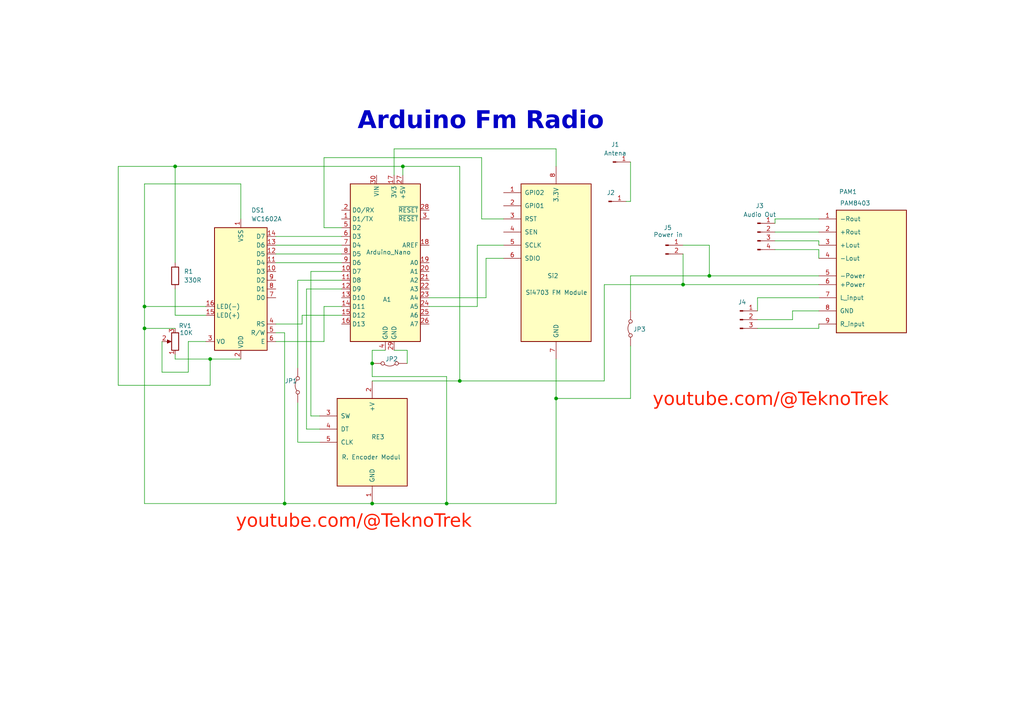
<source format=kicad_sch>
(kicad_sch (version 20231120) (generator "eeschema") (generator_version "8.0")
  (paper "A4")
  (title_block (title "https://www.youtube.com/watch?v=up5PCYIprFo") (date "2024-10-07") (company "https://www.youtube.com/watch?v=up5PCYIprFo"))
  (lib_symbols
    (symbol "Connector:Conn_01x01_Pin" (pin_names (offset 1.016) hide)
      (property "Reference" "J" (at 0 2.54 0))
      (property "Value" "Conn_01x01_Pin" (at 0 -2.54 0))
      (symbol "Conn_01x01_Pin_1_1"
        (polyline (pts (xy 1.27 0) (xy 0.8636 0)) (stroke (width 0.1524)))
        (rectangle (start 0.8636 0.127) (end 0 -0.127) (stroke (width 0.1524)) (fill (type outline)))
        (pin passive line (at 5.08 0 180) (length 3.81) (name "Pin_1") (number "1"))
      )
    )
    (symbol "Connector:Conn_01x02_Pin" (pin_names (offset 1.016) hide)
      (property "Reference" "J" (at 0 2.54 0))
      (property "Value" "Conn_01x02_Pin" (at 0 -5.08 0))
      (symbol "Conn_01x02_Pin_1_1"
        (polyline (pts (xy 1.27 -2.54) (xy 0.8636 -2.54)) (stroke (width 0.1524)))
        (polyline (pts (xy 1.27 0) (xy 0.8636 0)) (stroke (width 0.1524)))
        (rectangle (start 0.8636 -2.413) (end 0 -2.667) (stroke (width 0.1524)) (fill (type outline)))
        (rectangle (start 0.8636 0.127) (end 0 -0.127) (stroke (width 0.1524)) (fill (type outline)))
        (pin passive line (at 5.08 0 180) (length 3.81) (name "Pin_1") (number "1"))
        (pin passive line (at 5.08 -2.54 180) (length 3.81) (name "Pin_2") (number "2"))
      )
    )
    (symbol "Connector:Conn_01x03_Pin" (pin_names (offset 1.016) hide)
      (property "Reference" "J" (at 0 5.08 0))
      (property "Value" "Conn_01x03_Pin" (at 0 -5.08 0))
      (symbol "Conn_01x03_Pin_1_1"
        (polyline (pts (xy 1.27 -2.54) (xy 0.8636 -2.54)) (stroke (width 0.1524)))
        (polyline (pts (xy 1.27 0) (xy 0.8636 0)) (stroke (width 0.1524)))
        (polyline (pts (xy 1.27 2.54) (xy 0.8636 2.54)) (stroke (width 0.1524)))
        (rectangle (start 0.8636 -2.413) (end 0 -2.667) (stroke (width 0.1524)) (fill (type outline)))
        (rectangle (start 0.8636 0.127) (end 0 -0.127) (stroke (width 0.1524)) (fill (type outline)))
        (rectangle (start 0.8636 2.667) (end 0 2.413) (stroke (width 0.1524)) (fill (type outline)))
        (pin passive line (at 5.08 2.54 180) (length 3.81) (name "Pin_1") (number "1"))
        (pin passive line (at 5.08 0 180) (length 3.81) (name "Pin_2") (number "2"))
        (pin passive line (at 5.08 -2.54 180) (length 3.81) (name "Pin_3") (number "3"))
      )
    )
    (symbol "Connector:Conn_01x04_Pin" (pin_names (offset 1.016) hide)
      (property "Reference" "J" (at 0 5.08 0))
      (property "Value" "Conn_01x04_Pin" (at 0 -7.62 0))
      (symbol "Conn_01x04_Pin_1_1"
        (polyline (pts (xy 1.27 -5.08) (xy 0.8636 -5.08)) (stroke (width 0.1524)))
        (polyline (pts (xy 1.27 -2.54) (xy 0.8636 -2.54)) (stroke (width 0.1524)))
        (polyline (pts (xy 1.27 0) (xy 0.8636 0)) (stroke (width 0.1524)))
        (polyline (pts (xy 1.27 2.54) (xy 0.8636 2.54)) (stroke (width 0.1524)))
        (rectangle (start 0.8636 -4.953) (end 0 -5.207) (stroke (width 0.1524)) (fill (type outline)))
        (rectangle (start 0.8636 -2.413) (end 0 -2.667) (stroke (width 0.1524)) (fill (type outline)))
        (rectangle (start 0.8636 0.127) (end 0 -0.127) (stroke (width 0.1524)) (fill (type outline)))
        (rectangle (start 0.8636 2.667) (end 0 2.413) (stroke (width 0.1524)) (fill (type outline)))
        (pin passive line (at 5.08 2.54 180) (length 3.81) (name "Pin_1") (number "1"))
        (pin passive line (at 5.08 0 180) (length 3.81) (name "Pin_2") (number "2"))
        (pin passive line (at 5.08 -2.54 180) (length 3.81) (name "Pin_3") (number "3"))
        (pin passive line (at 5.08 -5.08 180) (length 3.81) (name "Pin_4") (number "4"))
      )
    )
    (symbol "Device:R" (pin_numbers hide) (pin_names (offset 0))
      (property "Reference" "R" (at 2.032 0 90))
      (property "Value" "R" (at 0 0 90))
      (symbol "R_0_1"
        (rectangle (start -1.016 -2.54) (end 1.016 2.54) (stroke (width 0.254)))
      )
      (symbol "R_1_1"
        (pin passive line (at 0 3.81 270) (length 1.27) (name "~") (number "1"))
        (pin passive line (at 0 -3.81 90) (length 1.27) (name "~") (number "2"))
      )
    )
    (symbol "Device:R_Potentiometer" (pin_names (offset 1.016) hide)
      (property "Reference" "RV" (at -4.445 0 90))
      (property "Value" "R_Potentiometer" (at -2.54 0 90))
      (symbol "R_Potentiometer_0_1"
        (polyline (pts (xy 2.54 0) (xy 1.524 0)))
        (polyline (pts (xy 1.143 0) (xy 2.286 0.508) (xy 2.286 -0.508) (xy 1.143 0)) (fill (type outline)))
        (rectangle (start 1.016 2.54) (end -1.016 -2.54) (stroke (width 0.254)))
      )
      (symbol "R_Potentiometer_1_1"
        (pin passive line (at 0 3.81 270) (length 1.27) (name "1") (number "1"))
        (pin passive line (at 3.81 0 180) (length 1.27) (name "2") (number "2"))
        (pin passive line (at 0 -3.81 90) (length 1.27) (name "3") (number "3"))
      )
    )
    (symbol "Display_Character:WC1602A"
      (property "Reference" "DS" (at -5.842 19.05 0))
      (property "Value" "WC1602A" (at 5.334 19.05 0))
      (symbol "WC1602A_1_1"
        (rectangle (start -7.62 17.78) (end 7.62 -17.78) (stroke (width 0.254)) (fill (type background)))
        (pin power_in line (at 0 -20.32 90) (length 2.54) (name "VSS") (number "1"))
        (pin input line (at -10.16 -5.08 0) (length 2.54) (name "D3") (number "10"))
        (pin input line (at -10.16 -7.62 0) (length 2.54) (name "D4") (number "11"))
        (pin input line (at -10.16 -10.16 0) (length 2.54) (name "D5") (number "12"))
        (pin input line (at -10.16 -12.7 0) (length 2.54) (name "D6") (number "13"))
        (pin input line (at -10.16 -15.24 0) (length 2.54) (name "D7") (number "14"))
        (pin power_in line (at 10.16 7.62 180) (length 2.54) (name "LED(+)") (number "15"))
        (pin power_in line (at 10.16 5.08 180) (length 2.54) (name "LED(-)") (number "16"))
        (pin power_in line (at 0 20.32 270) (length 2.54) (name "VDD") (number "2"))
        (pin input line (at 10.16 15.24 180) (length 2.54) (name "VO") (number "3"))
        (pin input line (at -10.16 10.16 0) (length 2.54) (name "RS") (number "4"))
        (pin input line (at -10.16 12.7 0) (length 2.54) (name "R/W") (number "5"))
        (pin input line (at -10.16 15.24 0) (length 2.54) (name "E") (number "6"))
        (pin input line (at -10.16 2.54 0) (length 2.54) (name "D0") (number "7"))
        (pin input line (at -10.16 0 0) (length 2.54) (name "D1") (number "8"))
        (pin input line (at -10.16 -2.54 0) (length 2.54) (name "D2") (number "9"))
      )
    )
    (symbol "Jumper:Jumper_2_Bridged" (pin_numbers hide) (pin_names (offset 0) hide) (exclude_from_sim yes)
      (property "Reference" "JP" (at 0 1.905 0))
      (property "Value" "Jumper_2_Bridged" (at 0 -2.54 0))
      (symbol "Jumper_2_Bridged_0_0"
        (circle (center -2.032 0) (radius 0.508))
        (circle (center 2.032 0) (radius 0.508))
      )
      (symbol "Jumper_2_Bridged_0_1"
        (arc (start 1.524 0.254) (mid 0 0.762) (end -1.524 0.254))
      )
      (symbol "Jumper_2_Bridged_1_1"
        (pin passive line (at -5.08 0 0) (length 2.54) (name "A") (number "1"))
        (pin passive line (at 5.08 0 180) (length 2.54) (name "B") (number "2"))
      )
    )
    (symbol "MCU_Module:Arduino_Nano_v3.x"
      (property "Reference" "A" (at -10.16 23.495 0))
      (property "Value" "Arduino_Nano_v3.x" (at 5.08 -24.13 0))
      (symbol "Arduino_Nano_v3.x_0_1"
        (rectangle (start -10.16 22.86) (end 10.16 -22.86) (stroke (width 0.254)) (fill (type background)))
      )
      (symbol "Arduino_Nano_v3.x_1_1"
        (pin bidirectional line (at -12.7 12.7 0) (length 2.54) (name "D1/TX") (number "1"))
        (pin bidirectional line (at -12.7 -2.54 0) (length 2.54) (name "D7") (number "10"))
        (pin bidirectional line (at -12.7 -5.08 0) (length 2.54) (name "D8") (number "11"))
        (pin bidirectional line (at -12.7 -7.62 0) (length 2.54) (name "D9") (number "12"))
        (pin bidirectional line (at -12.7 -10.16 0) (length 2.54) (name "D10") (number "13"))
        (pin bidirectional line (at -12.7 -12.7 0) (length 2.54) (name "D11") (number "14"))
        (pin bidirectional line (at -12.7 -15.24 0) (length 2.54) (name "D12") (number "15"))
        (pin bidirectional line (at -12.7 -17.78 0) (length 2.54) (name "D13") (number "16"))
        (pin power_out line (at 2.54 25.4 270) (length 2.54) (name "3V3") (number "17"))
        (pin input line (at 12.7 5.08 180) (length 2.54) (name "AREF") (number "18"))
        (pin bidirectional line (at 12.7 0 180) (length 2.54) (name "A0") (number "19"))
        (pin bidirectional line (at -12.7 15.24 0) (length 2.54) (name "D0/RX") (number "2"))
        (pin bidirectional line (at 12.7 -2.54 180) (length 2.54) (name "A1") (number "20"))
        (pin bidirectional line (at 12.7 -5.08 180) (length 2.54) (name "A2") (number "21"))
        (pin bidirectional line (at 12.7 -7.62 180) (length 2.54) (name "A3") (number "22"))
        (pin bidirectional line (at 12.7 -10.16 180) (length 2.54) (name "A4") (number "23"))
        (pin bidirectional line (at 12.7 -12.7 180) (length 2.54) (name "A5") (number "24"))
        (pin bidirectional line (at 12.7 -15.24 180) (length 2.54) (name "A6") (number "25"))
        (pin bidirectional line (at 12.7 -17.78 180) (length 2.54) (name "A7") (number "26"))
        (pin power_out line (at 5.08 25.4 270) (length 2.54) (name "+5V") (number "27"))
        (pin input line (at 12.7 15.24 180) (length 2.54) (name "~{RESET}") (number "28"))
        (pin power_in line (at 2.54 -25.4 90) (length 2.54) (name "GND") (number "29"))
        (pin input line (at 12.7 12.7 180) (length 2.54) (name "~{RESET}") (number "3"))
        (pin power_in line (at -2.54 25.4 270) (length 2.54) (name "VIN") (number "30"))
        (pin power_in line (at 0 -25.4 90) (length 2.54) (name "GND") (number "4"))
        (pin bidirectional line (at -12.7 10.16 0) (length 2.54) (name "D2") (number "5"))
        (pin bidirectional line (at -12.7 7.62 0) (length 2.54) (name "D3") (number "6"))
        (pin bidirectional line (at -12.7 5.08 0) (length 2.54) (name "D4") (number "7"))
        (pin bidirectional line (at -12.7 2.54 0) (length 2.54) (name "D5") (number "8"))
        (pin bidirectional line (at -12.7 0 0) (length 2.54) (name "D6") (number "9"))
      )
    )
    (symbol "New_Library_0:PAM8403" (pin_names (offset 1.016))
      (property "Reference" "PAM" (at 5.334 27.686 0))
      (property "Value" "PAM8403" (at 4.318 24.638 0))
      (symbol "PAM8403_1_0"
        (pin bidirectional line (at -15.24 30.48 0) (length 5.08) (name "-Rout") (number "1"))
        (pin bidirectional line (at -15.24 26.67 0) (length 5.08) (name "+Rout") (number "2"))
        (pin bidirectional line (at -15.24 22.86 0) (length 5.08) (name "+Lout") (number "3"))
        (pin bidirectional line (at -15.24 19.05 0) (length 5.08) (name "-Lout") (number "4"))
        (pin bidirectional line (at -15.24 13.97 0) (length 5.08) (name "-Power") (number "5"))
        (pin bidirectional line (at -15.24 11.43 0) (length 5.08) (name "+Power") (number "6"))
        (pin bidirectional line (at -15.24 7.62 0) (length 5.08) (name "L_input") (number "7"))
        (pin bidirectional line (at -15.24 3.81 0) (length 5.08) (name "GND") (number "8"))
        (pin bidirectional line (at -15.24 0 0) (length 5.08) (name "R_input") (number "9"))
      )
      (symbol "PAM8403_1_1"
        (rectangle (start -10.16 33.02) (end 10.16 -2.54) (stroke (width 0.254)) (fill (type background)))
      )
    )
    (symbol "New_Library_0:Rotary_Encoder_Modul" (pin_names (offset 1.016))
      (property "Reference" "RE" (at 0.254 16.256 0))
      (property "Value" "R. Encoder Modul" (at -0.508 6.858 0))
      (symbol "Rotary_Encoder_Modul_1_0"
        (pin bidirectional line (at 0 -7.62 90) (length 5.08) (name "GND") (number "1"))
        (pin bidirectional line (at 0 27.94 270) (length 5.08) (name "+V") (number "2"))
        (pin bidirectional line (at -15.24 17.78 0) (length 5.08) (name "SW") (number "3"))
        (pin bidirectional line (at -15.24 13.97 0) (length 5.08) (name "DT") (number "4"))
        (pin bidirectional line (at -15.24 10.16 0) (length 5.08) (name "CLK") (number "5"))
      )
      (symbol "Rotary_Encoder_Modul_1_1"
        (rectangle (start -10.16 22.86) (end 10.16 -2.54) (stroke (width 0.254)) (fill (type background)))
      )
    )
    (symbol "New_Library_0:Si4703" (pin_names (offset 1.016))
      (property "Reference" "Si4703" (at 12.192 24.892 0) (show_name))
      (property "Value" "Si4703 FM Module" (at 0.508 -15.494 0) (show_name))
      (symbol "Si4703_1_0"
        (pin bidirectional line (at -15.24 20.32 0) (length 5.08) (name "GPI02") (number "1"))
        (pin bidirectional line (at -15.24 16.51 0) (length 5.08) (name "GPI01") (number "2"))
        (pin bidirectional line (at -15.24 12.7 0) (length 5.08) (name "RST") (number "3"))
        (pin bidirectional line (at -15.24 8.89 0) (length 5.08) (name "SEN") (number "4"))
        (pin bidirectional line (at -15.24 5.08 0) (length 5.08) (name "SCLK") (number "5"))
        (pin bidirectional line (at -15.24 1.27 0) (length 5.08) (name "SDIO") (number "6"))
        (pin bidirectional line (at 0 -27.94 90) (length 5.08) (name "GND") (number "7"))
        (pin power_in line (at 0 27.94 270) (length 5.08) (name "3.3V") (number "8"))
      )
      (symbol "Si4703_1_1"
        (rectangle (start -10.16 22.86) (end 10.16 -22.86) (stroke (width 0.254)) (fill (type background)))
      )
    )
  )
  (junction (at 82.55 146.05))
  (junction (at 41.91 88.9))
  (junction (at 107.95 146.05))
  (junction (at 161.29 115.57))
  (junction (at 107.95 105.41))
  (junction (at 116.84 48.26))
  (junction (at 133.35 110.49))
  (junction (at 60.96 104.14))
  (junction (at 50.8 48.26))
  (junction (at 129.54 146.05))
  (junction (at 205.74 80.01))
  (junction (at 198.12 82.55))
  (junction (at 41.91 95.25))
  (wire (pts (xy 111.76 101.6) (xy 107.95 101.6)))
  (wire (pts (xy 69.85 104.14) (xy 60.96 104.14)))
  (wire (pts (xy 133.35 110.49) (xy 133.35 48.26)))
  (wire (pts (xy 93.98 45.72) (xy 93.98 66.04)))
  (wire (pts (xy 86.36 128.27) (xy 86.36 116.84)))
  (wire (pts (xy 41.91 95.25) (xy 41.91 88.9)))
  (wire (pts (xy 92.71 124.46) (xy 88.9 124.46)))
  (wire (pts (xy 41.91 95.25) (xy 50.8 95.25)))
  (wire (pts (xy 90.17 120.65) (xy 92.71 120.65)))
  (wire (pts (xy 93.98 88.9) (xy 99.06 88.9)))
  (wire (pts (xy 82.55 146.05) (xy 107.95 146.05)))
  (wire (pts (xy 80.01 68.58) (xy 99.06 68.58)))
  (wire (pts (xy 224.79 67.31) (xy 237.49 67.31)))
  (wire (pts (xy 80.01 99.06) (xy 93.98 99.06)))
  (wire (pts (xy 114.3 101.6) (xy 118.11 101.6)))
  (wire (pts (xy 198.12 73.66) (xy 198.12 82.55)))
  (wire (pts (xy 82.55 96.52) (xy 82.55 146.05)))
  (wire (pts (xy 69.85 53.34) (xy 69.85 63.5)))
  (wire (pts (xy 93.98 99.06) (xy 93.98 88.9)))
  (wire (pts (xy 175.26 82.55) (xy 175.26 110.49)))
  (wire (pts (xy 138.43 88.9) (xy 124.46 88.9)))
  (wire (pts (xy 41.91 146.05) (xy 82.55 146.05)))
  (wire (pts (xy 182.88 46.99) (xy 182.88 58.42)))
  (wire (pts (xy 146.05 71.12) (xy 138.43 71.12)))
  (wire (pts (xy 175.26 82.55) (xy 198.12 82.55)))
  (wire (pts (xy 237.49 86.36) (xy 219.71 86.36)))
  (wire (pts (xy 50.8 83.82) (xy 50.8 91.44)))
  (wire (pts (xy 237.49 72.39) (xy 237.49 74.93)))
  (wire (pts (xy 198.12 71.12) (xy 205.74 71.12)))
  (wire (pts (xy 219.71 86.36) (xy 219.71 90.17)))
  (wire (pts (xy 60.96 111.76) (xy 34.29 111.76)))
  (wire (pts (xy 237.49 95.25) (xy 219.71 95.25)))
  (wire (pts (xy 107.95 146.05) (xy 129.54 146.05)))
  (wire (pts (xy 205.74 71.12) (xy 205.74 80.01)))
  (wire (pts (xy 80.01 93.98) (xy 87.63 93.98)))
  (wire (pts (xy 219.71 92.71) (xy 229.87 92.71)))
  (wire (pts (xy 34.29 111.76) (xy 34.29 48.26)))
  (wire (pts (xy 88.9 124.46) (xy 88.9 83.82)))
  (wire (pts (xy 88.9 83.82) (xy 99.06 83.82)))
  (wire (pts (xy 161.29 48.26) (xy 161.29 43.18)))
  (wire (pts (xy 229.87 92.71) (xy 229.87 90.17)))
  (wire (pts (xy 50.8 48.26) (xy 50.8 76.2)))
  (wire (pts (xy 80.01 73.66) (xy 99.06 73.66)))
  (wire (pts (xy 107.95 109.22) (xy 129.54 109.22)))
  (wire (pts (xy 41.91 146.05) (xy 41.91 95.25)))
  (wire (pts (xy 175.26 110.49) (xy 133.35 110.49)))
  (wire (pts (xy 116.84 50.8) (xy 116.84 48.26)))
  (wire (pts (xy 60.96 104.14) (xy 50.8 104.14)))
  (wire (pts (xy 34.29 48.26) (xy 50.8 48.26)))
  (wire (pts (xy 114.3 43.18) (xy 114.3 50.8)))
  (wire (pts (xy 118.11 101.6) (xy 118.11 105.41)))
  (wire (pts (xy 139.7 63.5) (xy 139.7 45.72)))
  (wire (pts (xy 54.61 107.95) (xy 46.99 107.95)))
  (wire (pts (xy 107.95 101.6) (xy 107.95 105.41)))
  (wire (pts (xy 140.97 74.93) (xy 140.97 86.36)))
  (wire (pts (xy 146.05 74.93) (xy 140.97 74.93)))
  (wire (pts (xy 50.8 91.44) (xy 59.69 91.44)))
  (wire (pts (xy 139.7 45.72) (xy 93.98 45.72)))
  (wire (pts (xy 224.79 63.5) (xy 224.79 64.77)))
  (wire (pts (xy 86.36 128.27) (xy 92.71 128.27)))
  (wire (pts (xy 41.91 88.9) (xy 59.69 88.9)))
  (wire (pts (xy 86.36 81.28) (xy 99.06 81.28)))
  (wire (pts (xy 107.95 109.22) (xy 107.95 105.41)))
  (wire (pts (xy 50.8 48.26) (xy 116.84 48.26)))
  (wire (pts (xy 182.88 100.33) (xy 182.88 115.57)))
  (wire (pts (xy 41.91 88.9) (xy 41.91 53.34)))
  (wire (pts (xy 50.8 102.87) (xy 50.8 104.14)))
  (wire (pts (xy 116.84 48.26) (xy 133.35 48.26)))
  (wire (pts (xy 237.49 63.5) (xy 224.79 63.5)))
  (wire (pts (xy 229.87 90.17) (xy 237.49 90.17)))
  (wire (pts (xy 224.79 69.85) (xy 237.49 69.85)))
  (wire (pts (xy 87.63 93.98) (xy 87.63 91.44)))
  (wire (pts (xy 224.79 72.39) (xy 237.49 72.39)))
  (wire (pts (xy 198.12 82.55) (xy 237.49 82.55)))
  (wire (pts (xy 107.95 110.49) (xy 133.35 110.49)))
  (wire (pts (xy 237.49 80.01) (xy 205.74 80.01)))
  (wire (pts (xy 138.43 71.12) (xy 138.43 88.9)))
  (wire (pts (xy 237.49 69.85) (xy 237.49 71.12)))
  (wire (pts (xy 237.49 93.98) (xy 237.49 95.25)))
  (wire (pts (xy 60.96 104.14) (xy 60.96 111.76)))
  (wire (pts (xy 161.29 146.05) (xy 161.29 115.57)))
  (wire (pts (xy 205.74 80.01) (xy 182.88 80.01)))
  (wire (pts (xy 93.98 66.04) (xy 99.06 66.04)))
  (wire (pts (xy 90.17 78.74) (xy 90.17 120.65)))
  (wire (pts (xy 146.05 63.5) (xy 139.7 63.5)))
  (wire (pts (xy 99.06 78.74) (xy 90.17 78.74)))
  (wire (pts (xy 80.01 76.2) (xy 99.06 76.2)))
  (wire (pts (xy 86.36 81.28) (xy 86.36 106.68)))
  (wire (pts (xy 129.54 146.05) (xy 161.29 146.05)))
  (wire (pts (xy 182.88 80.01) (xy 182.88 90.17)))
  (wire (pts (xy 182.88 115.57) (xy 161.29 115.57)))
  (wire (pts (xy 46.99 107.95) (xy 46.99 99.06)))
  (wire (pts (xy 124.46 86.36) (xy 140.97 86.36)))
  (wire (pts (xy 129.54 109.22) (xy 129.54 146.05)))
  (wire (pts (xy 182.88 58.42) (xy 181.61 58.42)))
  (wire (pts (xy 80.01 96.52) (xy 82.55 96.52)))
  (wire (pts (xy 54.61 99.06) (xy 54.61 107.95)))
  (wire (pts (xy 161.29 43.18) (xy 114.3 43.18)))
  (wire (pts (xy 54.61 99.06) (xy 59.69 99.06)))
  (wire (pts (xy 161.29 104.14) (xy 161.29 115.57)))
  (wire (pts (xy 41.91 53.34) (xy 69.85 53.34)))
  (wire (pts (xy 80.01 71.12) (xy 99.06 71.12)))
  (wire (pts (xy 87.63 91.44) (xy 99.06 91.44)))
  (text "youtube.com/@TeknoTrek" (exclude_from_sim yes) (at 102.616 152.4 0) (effects (font (size 3.81 3.81) (thickness 0.2858))))
  (text "youtube.com/@TeknoTrek" (exclude_from_sim yes) (at 223.52 117.094 0) (effects (font (size 3.81 3.81) (thickness 0.2858))))
  (text "Arduino Fm Radio" (at 139.446 36.576 0) (effects (font (size 5.08 5.08) (thickness 1.016) (bold yes))))
  (symbol (lib_id "MCU_Module:Arduino_Nano_v3.x") (at 111.76 76.2 0) (unit 1)
    (property "Reference" "A1" (at 110.998 86.868 0) (effects (justify left)))
    (property "Value" "Arduino_Nano" (at 106.172 73.152 0) (effects (justify left)))
    (property "Footprint" "Library:Arduino_Nano_VER2" (effects (hide yes)))
    (property "Datasheet" "http://www.mouser.com/pdfdocs/Gravitech_Arduino_Nano3_0.pdf" (effects (hide yes)))
    (property "Description" "Arduino Nano v3.x" (effects (hide yes)))
  )
  (symbol (lib_id "Connector:Conn_01x01_Pin") (at 176.53 58.42 0) (unit 1)
    (property "Reference" "J2" (at 177.165 55.88 0))
    (property "Value" "Conn_01x01_Pin" (effects (hide yes)))
    (property "Footprint" "Connector_PinSocket_2.54mm:PinSocket_1x01_P2.54mm_Vertical" (effects (hide yes)))
    (property "Description" "Generic connector, single row, 01x01, script generated" (effects (hide yes)))
  )
  (symbol (lib_id "Jumper:Jumper_2_Bridged") (at 113.03 105.41 180) (unit 1) (exclude_from_sim yes)
    (property "Reference" "JP2" (at 111.7599 104.14 0) (effects (justify right)))
    (property "Value" "Jumper_2_Bridged" (effects (hide yes)))
    (property "Footprint" "YeniFoot:Jumper_Atlama" (effects (hide yes)))
    (property "Description" "Jumper, 2-pole, closed/bridged" (effects (hide yes)))
  )
  (symbol (lib_id "Connector:Conn_01x01_Pin") (at 177.8 46.99 0) (unit 1)
    (property "Reference" "J1" (at 178.435 41.91 0))
    (property "Value" "Antena" (at 178.435 44.45 0))
    (property "Footprint" "Connector_PinSocket_2.54mm:PinSocket_1x01_P2.54mm_Vertical" (effects (hide yes)))
    (property "Description" "Generic connector, single row, 01x01, script generated" (effects (hide yes)))
  )
  (symbol (lib_id "Device:R_Potentiometer") (at 50.8 99.06 180) (unit 1)
    (property "Reference" "RV1" (at 51.816 94.488 0) (effects (justify right)))
    (property "Value" "10K" (at 52.07 96.52 0) (effects (justify right)))
    (property "Footprint" "Potentiometer_THT:Potentiometer_Runtron_RM-065_Vertical" (effects (hide yes)))
    (property "Description" "Potentiometer" (effects (hide yes)))
  )
  (symbol (lib_id "Connector:Conn_01x02_Pin") (at 193.04 71.12 0) (unit 1)
    (property "Reference" "J5" (at 193.675 66.04 0))
    (property "Value" "Power in" (at 193.802 68.072 0))
    (property "Footprint" "Connector_PinSocket_2.54mm:PinSocket_1x02_P2.54mm_Vertical" (effects (hide yes)))
    (property "Description" "Generic connector, single row, 01x02, script generated" (effects (hide yes)))
  )
  (symbol (lib_id "New_Library_0:Si4703") (at 161.29 76.2 0) (unit 1)
    (property "Reference" "Si2" (at 158.75 80.01 0) (effects (justify left)))
    (property "Value" "Si4703 FM Module" (at 152.4 84.836 0) (effects (justify left)))
    (property "Footprint" "Library:Si4703" (effects (hide yes)))
    (property "Description" "Si4703" (effects (hide yes)))
  )
  (symbol (lib_id "Connector:Conn_01x04_Pin") (at 219.71 67.31 0) (unit 1)
    (property "Reference" "J3" (at 220.345 59.69 0))
    (property "Value" "Audio Out" (at 220.345 62.23 0))
    (property "Footprint" "Connector_PinSocket_2.54mm:PinSocket_1x04_P2.54mm_Vertical" (effects (hide yes)))
    (property "Description" "Generic connector, single row, 01x04, script generated" (effects (hide yes)))
  )
  (symbol (lib_id "Jumper:Jumper_2_Bridged") (at 182.88 95.25 90) (unit 1) (exclude_from_sim yes)
    (property "Reference" "JP3" (at 183.642 95.504 90) (effects (justify right)))
    (property "Value" "Jumper_2_Bridged" (effects (hide yes)))
    (property "Footprint" "YeniFoot:Jumper_Atlama" (effects (hide yes)))
    (property "Description" "Jumper, 2-pole, closed/bridged" (effects (hide yes)))
  )
  (symbol (lib_id "Device:R") (at 50.8 80.01 0) (unit 1)
    (property "Reference" "R1" (at 53.34 78.7399 0) (effects (justify left)))
    (property "Value" "330R" (at 53.34 81.2799 0) (effects (justify left)))
    (property "Footprint" "Resistor_THT:R_Axial_DIN0207_L6.3mm_D2.5mm_P10.16mm_Horizontal" (effects (hide yes)))
    (property "Description" "Resistor" (effects (hide yes)))
  )
  (symbol (lib_id "Connector:Conn_01x03_Pin") (at 214.63 92.71 0) (unit 1)
    (property "Reference" "J4" (at 215.265 87.63 0))
    (property "Value" "Conn_01x03_Pin" (effects (hide yes)))
    (property "Footprint" "Connector_PinSocket_2.54mm:PinSocket_1x03_P2.54mm_Vertical" (effects (hide yes)))
    (property "Description" "Generic connector, single row, 01x03, script generated" (effects (hide yes)))
  )
  (symbol (lib_id "New_Library_0:Rotary_Encoder_Modul") (at 107.95 138.43 0) (unit 1)
    (property "Reference" "RE3" (at 107.696 126.746 0) (effects (justify left)))
    (property "Value" "R. Encoder Modul" (at 99.06 132.588 0) (effects (justify left)))
    (property "Footprint" "Library:Rotary_Encoder_Modul_Footer" (effects (hide yes)))
    (property "Description" "Rotary Encoder Modul" (effects (hide yes)))
  )
  (symbol (lib_id "New_Library_0:PAM8403") (at 252.73 93.98 0) (unit 1)
    (property "Reference" "PAM1" (at 243.332 55.626 0) (effects (justify left)))
    (property "Value" "PAM8403" (at 243.586 58.928 0) (effects (justify left)))
    (property "Footprint" "Library:GF1002" (effects (hide yes)))
    (property "Description" "PAM8403" (effects (hide yes)))
  )
  (symbol (lib_id "Jumper:Jumper_2_Bridged") (at 86.36 111.76 90) (unit 1) (exclude_from_sim yes)
    (property "Reference" "JP1" (at 82.55 110.49 90) (effects (justify right)))
    (property "Value" "Jumper_2_Bridged" (effects (hide yes)))
    (property "Footprint" "YeniFoot:Jumper_Atlama" (effects (hide yes)))
    (property "Description" "Jumper, 2-pole, closed/bridged" (effects (hide yes)))
  )
  (symbol (lib_id "Display_Character:WC1602A") (at 69.85 83.82 180) (unit 1)
    (property "Reference" "DS1" (at 72.8665 60.96 0) (effects (justify right)))
    (property "Value" "WC1602A" (at 72.8665 63.5 0) (effects (justify right)))
    (property "Footprint" "Display:WC1602A" (effects (hide yes)))
    (property "Datasheet" "http://www.wincomlcd.com/pdf/WC1602A-SFYLYHTC06.pdf" (effects (hide yes)))
    (property "Description" "LCD 16x2 Alphanumeric , 8 bit parallel bus, 5V VDD" (effects (hide yes)))
  )
)
</source>
